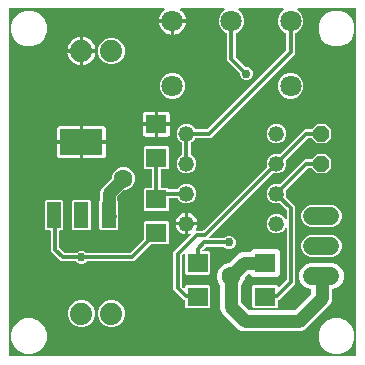
<source format=gbr>
G04 EAGLE Gerber RS-274X export*
G75*
%MOMM*%
%FSLAX34Y34*%
%LPD*%
%INBottom Copper*%
%IPPOS*%
%AMOC8*
5,1,8,0,0,1.08239X$1,22.5*%
G01*
%ADD10P,1.429621X8X292.500000*%
%ADD11R,1.219200X2.235200*%
%ADD12R,3.600000X2.200000*%
%ADD13C,1.320800*%
%ADD14R,1.803000X1.600000*%
%ADD15C,1.879600*%
%ADD16C,1.800000*%
%ADD17C,1.524000*%
%ADD18C,0.355600*%
%ADD19C,0.762000*%
%ADD20C,1.067000*%
%ADD21C,1.600500*%
%ADD22C,0.356000*%
%ADD23C,1.066800*%
%ADD24C,1.600200*%

G36*
X314653Y687709D02*
X314653Y687709D01*
X314672Y687707D01*
X314774Y687729D01*
X314876Y687745D01*
X314893Y687755D01*
X314913Y687759D01*
X315002Y687812D01*
X315093Y687861D01*
X315107Y687875D01*
X315124Y687885D01*
X315191Y687964D01*
X315263Y688039D01*
X315271Y688057D01*
X315284Y688072D01*
X315323Y688168D01*
X315366Y688262D01*
X315368Y688282D01*
X315376Y688300D01*
X315394Y688467D01*
X315394Y981458D01*
X315391Y981478D01*
X315393Y981497D01*
X315371Y981599D01*
X315355Y981701D01*
X315345Y981718D01*
X315341Y981738D01*
X315288Y981827D01*
X315239Y981918D01*
X315225Y981932D01*
X315215Y981949D01*
X315136Y982016D01*
X315061Y982088D01*
X315043Y982096D01*
X315028Y982109D01*
X314932Y982148D01*
X314838Y982191D01*
X314818Y982193D01*
X314800Y982201D01*
X314633Y982219D01*
X265785Y982219D01*
X265689Y982204D01*
X265592Y982194D01*
X265568Y982184D01*
X265543Y982180D01*
X265457Y982134D01*
X265368Y982094D01*
X265348Y982077D01*
X265325Y982064D01*
X265258Y981994D01*
X265186Y981928D01*
X265174Y981905D01*
X265156Y981886D01*
X265115Y981798D01*
X265068Y981712D01*
X265063Y981687D01*
X265052Y981663D01*
X265041Y981566D01*
X265024Y981470D01*
X265028Y981444D01*
X265025Y981419D01*
X265046Y981323D01*
X265060Y981227D01*
X265072Y981204D01*
X265077Y981178D01*
X265127Y981094D01*
X265172Y981008D01*
X265190Y980989D01*
X265204Y980967D01*
X265278Y980904D01*
X265347Y980836D01*
X265376Y980820D01*
X265390Y980807D01*
X265421Y980795D01*
X265494Y980755D01*
X265656Y980688D01*
X268688Y977656D01*
X270329Y973694D01*
X270329Y969406D01*
X268688Y965444D01*
X265656Y962412D01*
X263579Y961552D01*
X263479Y961490D01*
X263379Y961430D01*
X263375Y961426D01*
X263370Y961422D01*
X263295Y961332D01*
X263219Y961243D01*
X263217Y961238D01*
X263213Y961233D01*
X263171Y961124D01*
X263127Y961015D01*
X263126Y961008D01*
X263125Y961003D01*
X263124Y960985D01*
X263109Y960849D01*
X263109Y943876D01*
X191974Y872741D01*
X179558Y872741D01*
X179443Y872722D01*
X179327Y872705D01*
X179321Y872703D01*
X179315Y872702D01*
X179213Y872647D01*
X179108Y872594D01*
X179103Y872589D01*
X179098Y872586D01*
X179018Y872502D01*
X178936Y872418D01*
X178932Y872412D01*
X178928Y872408D01*
X178921Y872391D01*
X178855Y872271D01*
X178557Y871552D01*
X176198Y869193D01*
X175477Y868895D01*
X175377Y868833D01*
X175277Y868773D01*
X175273Y868768D01*
X175268Y868765D01*
X175193Y868674D01*
X175117Y868586D01*
X175115Y868580D01*
X175111Y868575D01*
X175069Y868467D01*
X175025Y868358D01*
X175024Y868350D01*
X175023Y868346D01*
X175022Y868328D01*
X175007Y868191D01*
X175007Y859009D01*
X175026Y858894D01*
X175043Y858778D01*
X175045Y858772D01*
X175046Y858766D01*
X175101Y858664D01*
X175154Y858559D01*
X175159Y858554D01*
X175162Y858549D01*
X175246Y858469D01*
X175330Y858386D01*
X175336Y858383D01*
X175340Y858379D01*
X175357Y858371D01*
X175477Y858305D01*
X176198Y858007D01*
X178557Y855648D01*
X179833Y852567D01*
X179833Y849233D01*
X178557Y846152D01*
X176198Y843793D01*
X173117Y842517D01*
X169783Y842517D01*
X166702Y843793D01*
X164343Y846152D01*
X163067Y849233D01*
X163067Y852567D01*
X164343Y855648D01*
X166702Y858007D01*
X167423Y858305D01*
X167523Y858367D01*
X167623Y858427D01*
X167627Y858432D01*
X167632Y858435D01*
X167707Y858526D01*
X167783Y858614D01*
X167785Y858620D01*
X167789Y858625D01*
X167831Y858733D01*
X167875Y858842D01*
X167876Y858850D01*
X167877Y858854D01*
X167878Y858872D01*
X167893Y859009D01*
X167893Y868191D01*
X167874Y868306D01*
X167857Y868422D01*
X167855Y868428D01*
X167854Y868434D01*
X167799Y868536D01*
X167746Y868641D01*
X167741Y868646D01*
X167738Y868651D01*
X167654Y868731D01*
X167570Y868814D01*
X167564Y868817D01*
X167560Y868821D01*
X167543Y868829D01*
X167423Y868895D01*
X166702Y869193D01*
X164343Y871552D01*
X163067Y874633D01*
X163067Y877967D01*
X164343Y881048D01*
X166702Y883407D01*
X169783Y884683D01*
X173117Y884683D01*
X176198Y883407D01*
X178557Y881048D01*
X178855Y880329D01*
X178916Y880229D01*
X178976Y880129D01*
X178981Y880125D01*
X178984Y880120D01*
X179074Y880045D01*
X179163Y879969D01*
X179169Y879967D01*
X179174Y879963D01*
X179282Y879921D01*
X179391Y879877D01*
X179399Y879876D01*
X179403Y879875D01*
X179422Y879874D01*
X179558Y879859D01*
X188711Y879859D01*
X188801Y879873D01*
X188892Y879881D01*
X188921Y879893D01*
X188953Y879898D01*
X189034Y879941D01*
X189118Y879977D01*
X189150Y880003D01*
X189171Y880014D01*
X189193Y880037D01*
X189249Y880082D01*
X255768Y946601D01*
X255821Y946675D01*
X255881Y946745D01*
X255893Y946775D01*
X255912Y946801D01*
X255939Y946888D01*
X255973Y946973D01*
X255977Y947014D01*
X255984Y947036D01*
X255983Y947068D01*
X255991Y947139D01*
X255991Y960849D01*
X255972Y960963D01*
X255955Y961080D01*
X255953Y961085D01*
X255952Y961091D01*
X255897Y961194D01*
X255844Y961299D01*
X255839Y961303D01*
X255836Y961309D01*
X255752Y961389D01*
X255668Y961471D01*
X255662Y961475D01*
X255658Y961478D01*
X255641Y961486D01*
X255521Y961552D01*
X253444Y962412D01*
X250412Y965444D01*
X248771Y969406D01*
X248771Y973694D01*
X250412Y977656D01*
X253444Y980688D01*
X253606Y980755D01*
X253689Y980806D01*
X253775Y980852D01*
X253793Y980870D01*
X253815Y980884D01*
X253877Y980959D01*
X253944Y981030D01*
X253955Y981054D01*
X253972Y981074D01*
X254007Y981165D01*
X254048Y981253D01*
X254051Y981279D01*
X254060Y981303D01*
X254064Y981401D01*
X254075Y981497D01*
X254069Y981523D01*
X254070Y981549D01*
X254043Y981643D01*
X254023Y981738D01*
X254009Y981760D01*
X254002Y981785D01*
X253946Y981865D01*
X253896Y981949D01*
X253877Y981966D01*
X253862Y981987D01*
X253784Y982045D01*
X253710Y982109D01*
X253685Y982119D01*
X253664Y982134D01*
X253572Y982164D01*
X253481Y982201D01*
X253449Y982204D01*
X253430Y982210D01*
X253398Y982210D01*
X253315Y982219D01*
X215785Y982219D01*
X215689Y982204D01*
X215592Y982194D01*
X215568Y982184D01*
X215543Y982180D01*
X215457Y982134D01*
X215368Y982094D01*
X215348Y982077D01*
X215325Y982064D01*
X215258Y981994D01*
X215186Y981928D01*
X215174Y981905D01*
X215156Y981886D01*
X215115Y981798D01*
X215068Y981712D01*
X215063Y981687D01*
X215052Y981663D01*
X215041Y981566D01*
X215024Y981470D01*
X215028Y981444D01*
X215025Y981419D01*
X215046Y981323D01*
X215060Y981227D01*
X215072Y981204D01*
X215077Y981178D01*
X215127Y981094D01*
X215172Y981008D01*
X215190Y980989D01*
X215204Y980967D01*
X215278Y980904D01*
X215347Y980836D01*
X215376Y980820D01*
X215390Y980807D01*
X215421Y980795D01*
X215494Y980755D01*
X215656Y980688D01*
X218688Y977656D01*
X220329Y973694D01*
X220329Y969406D01*
X218688Y965444D01*
X215656Y962412D01*
X213579Y961552D01*
X213479Y961490D01*
X213379Y961430D01*
X213375Y961426D01*
X213370Y961422D01*
X213295Y961332D01*
X213219Y961243D01*
X213217Y961238D01*
X213213Y961233D01*
X213171Y961124D01*
X213127Y961015D01*
X213126Y961008D01*
X213125Y961003D01*
X213124Y960985D01*
X213109Y960849D01*
X213109Y941589D01*
X213123Y941499D01*
X213131Y941408D01*
X213143Y941379D01*
X213148Y941347D01*
X213191Y941266D01*
X213227Y941182D01*
X213253Y941150D01*
X213264Y941129D01*
X213287Y941107D01*
X213332Y941051D01*
X221471Y932912D01*
X221545Y932859D01*
X221615Y932799D01*
X221645Y932787D01*
X221671Y932768D01*
X221758Y932741D01*
X221843Y932707D01*
X221884Y932703D01*
X221906Y932696D01*
X221938Y932697D01*
X222009Y932689D01*
X223362Y932689D01*
X225416Y931838D01*
X226988Y930266D01*
X227839Y928212D01*
X227839Y925988D01*
X226988Y923934D01*
X225416Y922362D01*
X223362Y921511D01*
X221138Y921511D01*
X219084Y922362D01*
X217512Y923934D01*
X216661Y925988D01*
X216661Y927341D01*
X216647Y927431D01*
X216639Y927522D01*
X216627Y927551D01*
X216622Y927583D01*
X216579Y927664D01*
X216543Y927748D01*
X216517Y927780D01*
X216506Y927801D01*
X216483Y927823D01*
X216438Y927879D01*
X205991Y938326D01*
X205991Y960849D01*
X205972Y960963D01*
X205955Y961080D01*
X205953Y961085D01*
X205952Y961091D01*
X205897Y961194D01*
X205844Y961299D01*
X205839Y961303D01*
X205836Y961309D01*
X205752Y961389D01*
X205668Y961471D01*
X205662Y961475D01*
X205658Y961478D01*
X205641Y961486D01*
X205521Y961552D01*
X203444Y962412D01*
X200412Y965444D01*
X198771Y969406D01*
X198771Y973694D01*
X200412Y977656D01*
X203444Y980688D01*
X203606Y980755D01*
X203689Y980806D01*
X203775Y980852D01*
X203793Y980870D01*
X203815Y980884D01*
X203877Y980959D01*
X203944Y981030D01*
X203955Y981054D01*
X203972Y981074D01*
X204007Y981165D01*
X204048Y981253D01*
X204051Y981279D01*
X204060Y981303D01*
X204064Y981401D01*
X204075Y981497D01*
X204069Y981523D01*
X204070Y981549D01*
X204043Y981643D01*
X204023Y981738D01*
X204009Y981760D01*
X204002Y981785D01*
X203946Y981865D01*
X203896Y981949D01*
X203877Y981966D01*
X203862Y981987D01*
X203784Y982045D01*
X203710Y982109D01*
X203685Y982119D01*
X203664Y982134D01*
X203572Y982164D01*
X203481Y982201D01*
X203449Y982204D01*
X203430Y982210D01*
X203398Y982210D01*
X203315Y982219D01*
X166842Y982219D01*
X166834Y982218D01*
X166826Y982219D01*
X166713Y982198D01*
X166599Y982180D01*
X166592Y982176D01*
X166584Y982174D01*
X166483Y982118D01*
X166382Y982064D01*
X166376Y982059D01*
X166369Y982055D01*
X166292Y981970D01*
X166213Y981886D01*
X166209Y981879D01*
X166204Y981873D01*
X166158Y981768D01*
X166109Y981663D01*
X166108Y981655D01*
X166105Y981648D01*
X166095Y981533D01*
X166082Y981419D01*
X166084Y981411D01*
X166083Y981403D01*
X166110Y981290D01*
X166134Y981178D01*
X166138Y981171D01*
X166140Y981164D01*
X166201Y981066D01*
X166260Y980967D01*
X166266Y980962D01*
X166271Y980955D01*
X166395Y980842D01*
X167068Y980353D01*
X168353Y979068D01*
X169421Y977599D01*
X170245Y975980D01*
X170807Y974252D01*
X170993Y973073D01*
X160312Y973073D01*
X160292Y973070D01*
X160273Y973072D01*
X160171Y973050D01*
X160069Y973033D01*
X160052Y973024D01*
X160032Y973020D01*
X159943Y972967D01*
X159852Y972918D01*
X159838Y972904D01*
X159821Y972894D01*
X159754Y972815D01*
X159683Y972740D01*
X159674Y972722D01*
X159661Y972707D01*
X159623Y972611D01*
X159579Y972517D01*
X159577Y972497D01*
X159569Y972479D01*
X159551Y972312D01*
X159551Y971549D01*
X159549Y971549D01*
X159549Y972312D01*
X159546Y972332D01*
X159548Y972351D01*
X159526Y972453D01*
X159509Y972555D01*
X159500Y972572D01*
X159496Y972592D01*
X159443Y972681D01*
X159394Y972772D01*
X159380Y972786D01*
X159370Y972803D01*
X159291Y972870D01*
X159216Y972941D01*
X159198Y972950D01*
X159183Y972963D01*
X159087Y973002D01*
X158993Y973045D01*
X158973Y973047D01*
X158955Y973055D01*
X158788Y973073D01*
X148107Y973073D01*
X148293Y974252D01*
X148855Y975980D01*
X149679Y977599D01*
X150747Y979068D01*
X152032Y980353D01*
X152705Y980842D01*
X152711Y980848D01*
X152718Y980852D01*
X152797Y980935D01*
X152878Y981017D01*
X152882Y981024D01*
X152887Y981030D01*
X152936Y981134D01*
X152987Y981238D01*
X152988Y981246D01*
X152991Y981253D01*
X153004Y981367D01*
X153019Y981482D01*
X153017Y981490D01*
X153018Y981497D01*
X152994Y981610D01*
X152972Y981723D01*
X152968Y981730D01*
X152966Y981738D01*
X152907Y981837D01*
X152850Y981937D01*
X152844Y981942D01*
X152840Y981949D01*
X152752Y982024D01*
X152666Y982101D01*
X152659Y982104D01*
X152653Y982109D01*
X152546Y982152D01*
X152440Y982197D01*
X152432Y982198D01*
X152425Y982201D01*
X152258Y982219D01*
X21717Y982219D01*
X21697Y982216D01*
X21678Y982218D01*
X21576Y982196D01*
X21474Y982180D01*
X21457Y982170D01*
X21437Y982166D01*
X21348Y982113D01*
X21257Y982064D01*
X21243Y982050D01*
X21226Y982040D01*
X21159Y981961D01*
X21087Y981886D01*
X21079Y981868D01*
X21066Y981853D01*
X21027Y981757D01*
X20984Y981663D01*
X20982Y981643D01*
X20974Y981625D01*
X20956Y981458D01*
X20956Y688467D01*
X20959Y688447D01*
X20957Y688428D01*
X20979Y688326D01*
X20995Y688224D01*
X21005Y688207D01*
X21009Y688187D01*
X21062Y688098D01*
X21111Y688007D01*
X21125Y687993D01*
X21135Y687976D01*
X21214Y687909D01*
X21289Y687837D01*
X21307Y687829D01*
X21322Y687816D01*
X21418Y687777D01*
X21512Y687734D01*
X21532Y687732D01*
X21550Y687724D01*
X21717Y687706D01*
X314633Y687706D01*
X314653Y687709D01*
G37*
%LPC*%
G36*
X218894Y708723D02*
X218894Y708723D01*
X215626Y710076D01*
X213018Y712684D01*
X204113Y721590D01*
X201505Y724198D01*
X200151Y727466D01*
X200151Y747499D01*
X200137Y747589D01*
X200129Y747680D01*
X200117Y747710D01*
X200112Y747742D01*
X200069Y747823D01*
X200033Y747907D01*
X200007Y747939D01*
X199996Y747959D01*
X199973Y747982D01*
X199928Y748038D01*
X199244Y748722D01*
X197484Y752970D01*
X197484Y757568D01*
X199244Y761816D01*
X202495Y765067D01*
X206743Y766827D01*
X207711Y766827D01*
X207801Y766841D01*
X207892Y766849D01*
X207922Y766861D01*
X207954Y766866D01*
X208034Y766909D01*
X208118Y766945D01*
X208150Y766971D01*
X208171Y766982D01*
X208193Y767005D01*
X208249Y767050D01*
X212891Y771692D01*
X215499Y774300D01*
X218767Y775653D01*
X224792Y775653D01*
X224812Y775656D01*
X224831Y775654D01*
X224933Y775676D01*
X225035Y775693D01*
X225052Y775702D01*
X225072Y775707D01*
X225161Y775760D01*
X225252Y775808D01*
X225266Y775822D01*
X225283Y775833D01*
X225350Y775911D01*
X225422Y775986D01*
X225430Y776004D01*
X225443Y776020D01*
X225469Y776084D01*
X227637Y778252D01*
X248613Y778252D01*
X250697Y776168D01*
X250697Y757222D01*
X248613Y755138D01*
X227637Y755138D01*
X225532Y757243D01*
X225530Y757251D01*
X225514Y757353D01*
X225504Y757371D01*
X225500Y757390D01*
X225447Y757479D01*
X225398Y757571D01*
X225384Y757584D01*
X225374Y757601D01*
X225295Y757669D01*
X225220Y757740D01*
X225202Y757748D01*
X225187Y757761D01*
X225091Y757800D01*
X224997Y757844D01*
X224977Y757846D01*
X224959Y757853D01*
X224792Y757872D01*
X224533Y757872D01*
X224443Y757857D01*
X224352Y757850D01*
X224323Y757837D01*
X224291Y757832D01*
X224210Y757789D01*
X224126Y757754D01*
X224094Y757728D01*
X224073Y757717D01*
X224051Y757694D01*
X223995Y757649D01*
X220823Y754476D01*
X220770Y754404D01*
X220731Y754363D01*
X220727Y754352D01*
X220710Y754333D01*
X220698Y754303D01*
X220679Y754277D01*
X220655Y754198D01*
X220628Y754139D01*
X220626Y754125D01*
X220618Y754105D01*
X220614Y754064D01*
X220607Y754041D01*
X220608Y754009D01*
X220600Y753938D01*
X220600Y752970D01*
X218840Y748722D01*
X218156Y748038D01*
X218103Y747964D01*
X218043Y747894D01*
X218031Y747864D01*
X218012Y747838D01*
X217985Y747751D01*
X217951Y747666D01*
X217947Y747625D01*
X217940Y747603D01*
X217941Y747571D01*
X217933Y747499D01*
X217933Y733232D01*
X217947Y733142D01*
X217955Y733051D01*
X217967Y733021D01*
X217972Y732989D01*
X218015Y732909D01*
X218051Y732825D01*
X218077Y732793D01*
X218088Y732772D01*
X218111Y732750D01*
X218156Y732694D01*
X224122Y726727D01*
X224196Y726674D01*
X224266Y726615D01*
X224296Y726603D01*
X224322Y726584D01*
X224409Y726557D01*
X224494Y726523D01*
X224535Y726518D01*
X224557Y726511D01*
X224589Y726512D01*
X224660Y726504D01*
X262702Y726504D01*
X262792Y726519D01*
X262883Y726526D01*
X262913Y726539D01*
X262945Y726544D01*
X263025Y726587D01*
X263109Y726622D01*
X263141Y726648D01*
X263162Y726659D01*
X263184Y726682D01*
X263185Y726683D01*
X263187Y726684D01*
X263190Y726687D01*
X263240Y726727D01*
X276762Y740249D01*
X276815Y740323D01*
X276875Y740393D01*
X276887Y740423D01*
X276906Y740449D01*
X276933Y740536D01*
X276967Y740621D01*
X276971Y740662D01*
X276978Y740684D01*
X276977Y740716D01*
X276985Y740787D01*
X276985Y743712D01*
X276982Y743732D01*
X276984Y743751D01*
X276962Y743853D01*
X276946Y743955D01*
X276936Y743972D01*
X276932Y743992D01*
X276879Y744081D01*
X276830Y744172D01*
X276816Y744186D01*
X276806Y744203D01*
X276727Y744270D01*
X276652Y744342D01*
X276634Y744350D01*
X276619Y744363D01*
X276523Y744402D01*
X276429Y744445D01*
X276409Y744447D01*
X276391Y744455D01*
X276224Y744473D01*
X275907Y744473D01*
X271799Y746175D01*
X268655Y749319D01*
X266953Y753427D01*
X266953Y757873D01*
X268655Y761981D01*
X271799Y765125D01*
X275907Y766827D01*
X295593Y766827D01*
X299701Y765125D01*
X302845Y761981D01*
X304547Y757873D01*
X304547Y753427D01*
X302845Y749319D01*
X299701Y746175D01*
X295593Y744473D01*
X295530Y744473D01*
X295510Y744470D01*
X295491Y744472D01*
X295389Y744450D01*
X295287Y744434D01*
X295270Y744424D01*
X295250Y744420D01*
X295161Y744367D01*
X295070Y744318D01*
X295056Y744304D01*
X295039Y744294D01*
X294972Y744215D01*
X294900Y744140D01*
X294892Y744122D01*
X294879Y744107D01*
X294840Y744011D01*
X294797Y743917D01*
X294795Y743897D01*
X294787Y743879D01*
X294769Y743712D01*
X294769Y735022D01*
X293415Y731754D01*
X290811Y729150D01*
X290804Y729144D01*
X271736Y710076D01*
X268468Y708723D01*
X218894Y708723D01*
G37*
%LPD*%
%LPC*%
G36*
X171223Y728476D02*
X171223Y728476D01*
X170181Y729518D01*
X170181Y734441D01*
X170178Y734461D01*
X170180Y734480D01*
X170158Y734582D01*
X170142Y734684D01*
X170132Y734701D01*
X170128Y734721D01*
X170075Y734810D01*
X170026Y734901D01*
X170012Y734915D01*
X170002Y734932D01*
X169923Y734999D01*
X169848Y735071D01*
X169830Y735079D01*
X169815Y735092D01*
X169719Y735131D01*
X169625Y735174D01*
X169605Y735176D01*
X169587Y735184D01*
X169420Y735202D01*
X169215Y735202D01*
X160464Y743953D01*
X160464Y775729D01*
X174745Y790010D01*
X174758Y790029D01*
X174776Y790043D01*
X174830Y790129D01*
X174889Y790210D01*
X174895Y790232D01*
X174908Y790251D01*
X174931Y790349D01*
X174961Y790445D01*
X174960Y790468D01*
X174966Y790490D01*
X174957Y790590D01*
X174955Y790691D01*
X174947Y790712D01*
X174945Y790735D01*
X174905Y790827D01*
X174870Y790922D01*
X174856Y790940D01*
X174847Y790961D01*
X174779Y791035D01*
X174716Y791114D01*
X174697Y791126D01*
X174682Y791143D01*
X174594Y791192D01*
X174510Y791247D01*
X174487Y791252D01*
X174467Y791264D01*
X174368Y791282D01*
X174271Y791307D01*
X174248Y791305D01*
X174225Y791309D01*
X174058Y791295D01*
X172973Y791079D01*
X172973Y798577D01*
X180471Y798577D01*
X180243Y797433D01*
X179554Y795768D01*
X179252Y795316D01*
X179202Y795207D01*
X179151Y795098D01*
X179151Y795095D01*
X179150Y795092D01*
X179137Y794972D01*
X179124Y794854D01*
X179125Y794850D01*
X179125Y794847D01*
X179151Y794731D01*
X179177Y794613D01*
X179178Y794610D01*
X179179Y794607D01*
X179241Y794505D01*
X179303Y794402D01*
X179305Y794400D01*
X179307Y794397D01*
X179399Y794320D01*
X179490Y794242D01*
X179493Y794241D01*
X179495Y794239D01*
X179606Y794195D01*
X179718Y794150D01*
X179722Y794150D01*
X179724Y794149D01*
X179735Y794148D01*
X179885Y794132D01*
X185536Y794132D01*
X185627Y794146D01*
X185717Y794154D01*
X185747Y794166D01*
X185779Y794171D01*
X185860Y794214D01*
X185944Y794250D01*
X185976Y794276D01*
X185997Y794287D01*
X186019Y794310D01*
X186075Y794355D01*
X239401Y847681D01*
X239469Y847776D01*
X239539Y847870D01*
X239541Y847876D01*
X239545Y847881D01*
X239579Y847992D01*
X239615Y848104D01*
X239615Y848110D01*
X239617Y848116D01*
X239614Y848233D01*
X239613Y848350D01*
X239611Y848357D01*
X239611Y848362D01*
X239604Y848379D01*
X239566Y848511D01*
X239267Y849233D01*
X239267Y852567D01*
X240543Y855648D01*
X242902Y858007D01*
X245983Y859283D01*
X249317Y859283D01*
X250039Y858984D01*
X250152Y858957D01*
X250266Y858929D01*
X250273Y858929D01*
X250279Y858928D01*
X250395Y858939D01*
X250512Y858948D01*
X250517Y858950D01*
X250524Y858951D01*
X250631Y858999D01*
X250738Y859044D01*
X250744Y859049D01*
X250748Y859051D01*
X250762Y859064D01*
X250869Y859149D01*
X271577Y879857D01*
X277136Y879857D01*
X277227Y879871D01*
X277317Y879879D01*
X277347Y879891D01*
X277379Y879896D01*
X277460Y879939D01*
X277544Y879975D01*
X277576Y880001D01*
X277597Y880012D01*
X277619Y880035D01*
X277675Y880080D01*
X282278Y884683D01*
X289222Y884683D01*
X294133Y879772D01*
X294133Y872828D01*
X289222Y867917D01*
X282278Y867917D01*
X277675Y872520D01*
X277601Y872573D01*
X277531Y872633D01*
X277501Y872645D01*
X277475Y872664D01*
X277388Y872691D01*
X277303Y872725D01*
X277262Y872729D01*
X277240Y872736D01*
X277208Y872735D01*
X277136Y872743D01*
X274839Y872743D01*
X274748Y872729D01*
X274658Y872721D01*
X274628Y872709D01*
X274596Y872704D01*
X274515Y872661D01*
X274431Y872625D01*
X274399Y872599D01*
X274378Y872588D01*
X274356Y872565D01*
X274300Y872520D01*
X255899Y854119D01*
X255831Y854024D01*
X255761Y853930D01*
X255759Y853924D01*
X255755Y853919D01*
X255721Y853808D01*
X255685Y853696D01*
X255685Y853690D01*
X255683Y853684D01*
X255686Y853567D01*
X255687Y853450D01*
X255689Y853443D01*
X255689Y853438D01*
X255696Y853421D01*
X255734Y853289D01*
X256033Y852567D01*
X256033Y849233D01*
X254757Y846152D01*
X252398Y843793D01*
X249317Y842517D01*
X245983Y842517D01*
X245261Y842816D01*
X245148Y842843D01*
X245034Y842871D01*
X245027Y842871D01*
X245021Y842872D01*
X244905Y842861D01*
X244788Y842852D01*
X244783Y842850D01*
X244776Y842849D01*
X244669Y842801D01*
X244562Y842756D01*
X244556Y842751D01*
X244552Y842749D01*
X244538Y842736D01*
X244431Y842651D01*
X191105Y789325D01*
X190734Y788954D01*
X190692Y788896D01*
X190643Y788844D01*
X190621Y788797D01*
X190591Y788755D01*
X190570Y788686D01*
X190539Y788621D01*
X190534Y788569D01*
X190518Y788519D01*
X190520Y788448D01*
X190512Y788377D01*
X190523Y788326D01*
X190525Y788274D01*
X190549Y788206D01*
X190565Y788136D01*
X190591Y788091D01*
X190609Y788043D01*
X190654Y787987D01*
X190691Y787925D01*
X190730Y787891D01*
X190763Y787851D01*
X190823Y787812D01*
X190878Y787765D01*
X190926Y787746D01*
X190970Y787718D01*
X191039Y787700D01*
X191106Y787673D01*
X191177Y787665D01*
X191208Y787657D01*
X191232Y787659D01*
X191273Y787655D01*
X202919Y787655D01*
X203009Y787669D01*
X203100Y787677D01*
X203130Y787689D01*
X203162Y787694D01*
X203243Y787737D01*
X203327Y787773D01*
X203359Y787799D01*
X203379Y787810D01*
X203402Y787833D01*
X203458Y787878D01*
X204416Y788836D01*
X206470Y789687D01*
X208693Y789687D01*
X210747Y788836D01*
X212319Y787264D01*
X213170Y785210D01*
X213170Y782986D01*
X212319Y780932D01*
X210747Y779360D01*
X208693Y778509D01*
X206470Y778509D01*
X204416Y779360D01*
X203458Y780318D01*
X203384Y780371D01*
X203314Y780431D01*
X203284Y780443D01*
X203258Y780462D01*
X203171Y780489D01*
X203086Y780523D01*
X203045Y780527D01*
X203023Y780534D01*
X202991Y780533D01*
X202919Y780541D01*
X188225Y780541D01*
X188134Y780527D01*
X188044Y780519D01*
X188014Y780507D01*
X187982Y780502D01*
X187901Y780459D01*
X187817Y780423D01*
X187785Y780397D01*
X187764Y780386D01*
X187742Y780363D01*
X187686Y780318D01*
X185141Y777773D01*
X185099Y777715D01*
X185050Y777663D01*
X185028Y777616D01*
X184998Y777574D01*
X184977Y777505D01*
X184946Y777440D01*
X184941Y777388D01*
X184925Y777338D01*
X184927Y777267D01*
X184919Y777196D01*
X184930Y777145D01*
X184932Y777093D01*
X184956Y777025D01*
X184972Y776955D01*
X184998Y776910D01*
X185016Y776862D01*
X185061Y776806D01*
X185098Y776744D01*
X185137Y776710D01*
X185170Y776670D01*
X185230Y776631D01*
X185285Y776584D01*
X185333Y776565D01*
X185377Y776537D01*
X185446Y776519D01*
X185513Y776492D01*
X185584Y776484D01*
X185615Y776476D01*
X185639Y776478D01*
X185680Y776474D01*
X190727Y776474D01*
X191769Y775432D01*
X191769Y757958D01*
X190727Y756916D01*
X171223Y756916D01*
X170181Y757958D01*
X170181Y773548D01*
X170170Y773619D01*
X170168Y773691D01*
X170150Y773740D01*
X170142Y773791D01*
X170108Y773855D01*
X170083Y773922D01*
X170051Y773963D01*
X170026Y774009D01*
X169974Y774058D01*
X169930Y774114D01*
X169886Y774142D01*
X169848Y774178D01*
X169783Y774208D01*
X169723Y774247D01*
X169672Y774260D01*
X169625Y774282D01*
X169554Y774290D01*
X169484Y774307D01*
X169432Y774303D01*
X169381Y774309D01*
X169310Y774293D01*
X169239Y774288D01*
X169191Y774268D01*
X169140Y774256D01*
X169079Y774220D01*
X169013Y774192D01*
X168957Y774147D01*
X168929Y774130D01*
X168914Y774112D01*
X168882Y774087D01*
X167800Y773005D01*
X167747Y772931D01*
X167688Y772862D01*
X167676Y772832D01*
X167657Y772805D01*
X167630Y772718D01*
X167596Y772634D01*
X167591Y772593D01*
X167584Y772570D01*
X167585Y772538D01*
X167577Y772467D01*
X167577Y747215D01*
X167592Y747125D01*
X167599Y747034D01*
X167612Y747004D01*
X167617Y746972D01*
X167660Y746892D01*
X167695Y746808D01*
X167721Y746776D01*
X167732Y746755D01*
X167755Y746733D01*
X167800Y746677D01*
X168882Y745595D01*
X168940Y745553D01*
X168992Y745504D01*
X169039Y745482D01*
X169081Y745452D01*
X169150Y745431D01*
X169215Y745400D01*
X169267Y745395D01*
X169317Y745379D01*
X169388Y745381D01*
X169459Y745373D01*
X169510Y745384D01*
X169562Y745386D01*
X169630Y745410D01*
X169700Y745426D01*
X169745Y745452D01*
X169793Y745470D01*
X169849Y745515D01*
X169911Y745552D01*
X169945Y745591D01*
X169985Y745624D01*
X170024Y745684D01*
X170071Y745739D01*
X170090Y745787D01*
X170118Y745831D01*
X170136Y745900D01*
X170163Y745967D01*
X170171Y746038D01*
X170179Y746069D01*
X170177Y746093D01*
X170181Y746134D01*
X170181Y746992D01*
X171223Y748034D01*
X190727Y748034D01*
X191769Y746992D01*
X191769Y729518D01*
X190727Y728476D01*
X171223Y728476D01*
G37*
%LPD*%
%LPC*%
G36*
X228373Y728476D02*
X228373Y728476D01*
X227331Y729518D01*
X227331Y746992D01*
X228373Y748034D01*
X247877Y748034D01*
X248919Y746992D01*
X248919Y746515D01*
X248930Y746444D01*
X248932Y746372D01*
X248950Y746323D01*
X248958Y746272D01*
X248992Y746208D01*
X249017Y746141D01*
X249049Y746100D01*
X249074Y746054D01*
X249126Y746005D01*
X249170Y745949D01*
X249214Y745921D01*
X249252Y745885D01*
X249317Y745855D01*
X249377Y745816D01*
X249428Y745803D01*
X249475Y745781D01*
X249546Y745773D01*
X249616Y745756D01*
X249668Y745760D01*
X249719Y745754D01*
X249790Y745770D01*
X249861Y745775D01*
X249909Y745795D01*
X249960Y745807D01*
X250021Y745843D01*
X250087Y745871D01*
X250143Y745916D01*
X250171Y745933D01*
X250186Y745951D01*
X250218Y745976D01*
X256253Y752011D01*
X256306Y752085D01*
X256365Y752154D01*
X256378Y752184D01*
X256396Y752211D01*
X256423Y752297D01*
X256457Y752382D01*
X256462Y752423D01*
X256469Y752446D01*
X256468Y752478D01*
X256476Y752549D01*
X256476Y795675D01*
X256460Y795771D01*
X256451Y795868D01*
X256440Y795892D01*
X256436Y795918D01*
X256391Y796004D01*
X256351Y796093D01*
X256333Y796112D01*
X256321Y796135D01*
X256250Y796202D01*
X256184Y796274D01*
X256162Y796287D01*
X256143Y796305D01*
X256054Y796346D01*
X255969Y796393D01*
X255943Y796397D01*
X255920Y796408D01*
X255823Y796419D01*
X255727Y796436D01*
X255701Y796432D01*
X255675Y796435D01*
X255580Y796415D01*
X255484Y796400D01*
X255460Y796389D01*
X255435Y796383D01*
X255351Y796333D01*
X255264Y796289D01*
X255246Y796270D01*
X255224Y796257D01*
X255160Y796183D01*
X255092Y796113D01*
X255076Y796085D01*
X255064Y796070D01*
X255051Y796039D01*
X255011Y795966D01*
X254757Y795352D01*
X252398Y792993D01*
X249317Y791717D01*
X245983Y791717D01*
X242902Y792993D01*
X240543Y795352D01*
X239267Y798433D01*
X239267Y801767D01*
X240543Y804848D01*
X242902Y807207D01*
X245983Y808483D01*
X249317Y808483D01*
X252398Y807207D01*
X254757Y804848D01*
X255011Y804234D01*
X255063Y804151D01*
X255108Y804065D01*
X255127Y804047D01*
X255141Y804025D01*
X255216Y803962D01*
X255286Y803895D01*
X255310Y803884D01*
X255330Y803868D01*
X255421Y803833D01*
X255510Y803792D01*
X255536Y803789D01*
X255560Y803780D01*
X255657Y803775D01*
X255754Y803765D01*
X255779Y803770D01*
X255806Y803769D01*
X255899Y803796D01*
X255994Y803817D01*
X256017Y803830D01*
X256042Y803838D01*
X256122Y803893D01*
X256205Y803943D01*
X256222Y803963D01*
X256244Y803978D01*
X256302Y804056D01*
X256365Y804130D01*
X256375Y804154D01*
X256391Y804175D01*
X256421Y804268D01*
X256457Y804358D01*
X256461Y804391D01*
X256467Y804409D01*
X256467Y804442D01*
X256476Y804525D01*
X256476Y811329D01*
X256461Y811419D01*
X256454Y811510D01*
X256441Y811540D01*
X256436Y811572D01*
X256393Y811652D01*
X256358Y811736D01*
X256332Y811768D01*
X256321Y811789D01*
X256298Y811811D01*
X256253Y811867D01*
X250869Y817251D01*
X250774Y817319D01*
X250680Y817389D01*
X250674Y817391D01*
X250669Y817395D01*
X250557Y817429D01*
X250446Y817465D01*
X250440Y817465D01*
X250434Y817467D01*
X250317Y817464D01*
X250200Y817463D01*
X250193Y817461D01*
X250188Y817461D01*
X250171Y817454D01*
X250039Y817416D01*
X249317Y817117D01*
X245983Y817117D01*
X242902Y818393D01*
X240543Y820752D01*
X239267Y823833D01*
X239267Y827167D01*
X240543Y830248D01*
X242902Y832607D01*
X245983Y833883D01*
X249317Y833883D01*
X250039Y833584D01*
X250152Y833557D01*
X250266Y833529D01*
X250273Y833529D01*
X250279Y833528D01*
X250395Y833539D01*
X250512Y833548D01*
X250517Y833550D01*
X250524Y833551D01*
X250631Y833599D01*
X250738Y833644D01*
X250744Y833649D01*
X250748Y833651D01*
X250762Y833664D01*
X250869Y833749D01*
X271577Y854457D01*
X277136Y854457D01*
X277227Y854471D01*
X277317Y854479D01*
X277347Y854491D01*
X277379Y854496D01*
X277460Y854539D01*
X277544Y854575D01*
X277576Y854601D01*
X277597Y854612D01*
X277619Y854635D01*
X277675Y854680D01*
X282278Y859283D01*
X289222Y859283D01*
X294133Y854372D01*
X294133Y847428D01*
X289222Y842517D01*
X282278Y842517D01*
X277675Y847120D01*
X277601Y847173D01*
X277531Y847233D01*
X277501Y847245D01*
X277475Y847264D01*
X277388Y847291D01*
X277303Y847325D01*
X277262Y847329D01*
X277240Y847336D01*
X277208Y847335D01*
X277136Y847343D01*
X274839Y847343D01*
X274748Y847329D01*
X274658Y847321D01*
X274628Y847309D01*
X274596Y847304D01*
X274515Y847261D01*
X274431Y847225D01*
X274399Y847199D01*
X274378Y847188D01*
X274356Y847165D01*
X274300Y847120D01*
X255899Y828719D01*
X255831Y828624D01*
X255761Y828530D01*
X255759Y828524D01*
X255755Y828519D01*
X255721Y828408D01*
X255685Y828296D01*
X255685Y828290D01*
X255683Y828284D01*
X255686Y828167D01*
X255687Y828050D01*
X255689Y828043D01*
X255689Y828038D01*
X255696Y828021D01*
X255734Y827889D01*
X256033Y827167D01*
X256033Y823833D01*
X255734Y823111D01*
X255707Y822998D01*
X255679Y822884D01*
X255679Y822877D01*
X255678Y822871D01*
X255689Y822755D01*
X255698Y822638D01*
X255700Y822633D01*
X255701Y822626D01*
X255749Y822519D01*
X255794Y822412D01*
X255799Y822406D01*
X255801Y822402D01*
X255814Y822388D01*
X255899Y822281D01*
X261283Y816897D01*
X263589Y814591D01*
X263589Y749287D01*
X249470Y735168D01*
X249437Y735163D01*
X249420Y735153D01*
X249400Y735149D01*
X249311Y735096D01*
X249220Y735047D01*
X249206Y735033D01*
X249189Y735023D01*
X249122Y734944D01*
X249050Y734869D01*
X249042Y734851D01*
X249029Y734836D01*
X248990Y734740D01*
X248947Y734646D01*
X248945Y734626D01*
X248937Y734608D01*
X248919Y734441D01*
X248919Y729518D01*
X247877Y728476D01*
X228373Y728476D01*
G37*
%LPD*%
%LPC*%
G36*
X81438Y765936D02*
X81438Y765936D01*
X79384Y766787D01*
X78426Y767745D01*
X78352Y767798D01*
X78283Y767858D01*
X78252Y767870D01*
X78226Y767889D01*
X78139Y767916D01*
X78054Y767950D01*
X78014Y767954D01*
X77991Y767961D01*
X77959Y767960D01*
X77888Y767968D01*
X65202Y767968D01*
X56768Y776402D01*
X56768Y793496D01*
X56765Y793516D01*
X56767Y793535D01*
X56745Y793637D01*
X56729Y793739D01*
X56719Y793756D01*
X56715Y793776D01*
X56662Y793865D01*
X56613Y793956D01*
X56599Y793970D01*
X56589Y793987D01*
X56510Y794054D01*
X56435Y794126D01*
X56417Y794134D01*
X56402Y794147D01*
X56306Y794186D01*
X56212Y794229D01*
X56192Y794231D01*
X56174Y794239D01*
X56007Y794257D01*
X52603Y794257D01*
X51561Y795299D01*
X51561Y819125D01*
X52603Y820167D01*
X66269Y820167D01*
X67311Y819125D01*
X67311Y795299D01*
X66269Y794257D01*
X64643Y794257D01*
X64623Y794254D01*
X64604Y794256D01*
X64502Y794234D01*
X64400Y794218D01*
X64383Y794208D01*
X64363Y794204D01*
X64274Y794151D01*
X64183Y794102D01*
X64169Y794088D01*
X64152Y794078D01*
X64085Y793999D01*
X64013Y793924D01*
X64005Y793906D01*
X63992Y793891D01*
X63953Y793795D01*
X63910Y793701D01*
X63908Y793681D01*
X63900Y793663D01*
X63882Y793496D01*
X63882Y779664D01*
X63896Y779573D01*
X63904Y779483D01*
X63916Y779453D01*
X63921Y779421D01*
X63964Y779340D01*
X64000Y779256D01*
X64026Y779224D01*
X64037Y779203D01*
X64060Y779181D01*
X64105Y779125D01*
X67925Y775305D01*
X67999Y775252D01*
X68069Y775192D01*
X68099Y775180D01*
X68125Y775161D01*
X68212Y775134D01*
X68297Y775100D01*
X68338Y775096D01*
X68360Y775089D01*
X68392Y775090D01*
X68464Y775082D01*
X77888Y775082D01*
X77978Y775096D01*
X78069Y775104D01*
X78099Y775116D01*
X78130Y775121D01*
X78211Y775164D01*
X78295Y775200D01*
X78327Y775226D01*
X78348Y775237D01*
X78370Y775260D01*
X78426Y775305D01*
X79384Y776263D01*
X81438Y777114D01*
X83662Y777114D01*
X85716Y776263D01*
X86674Y775305D01*
X86748Y775252D01*
X86817Y775192D01*
X86848Y775180D01*
X86874Y775161D01*
X86961Y775134D01*
X87046Y775100D01*
X87086Y775096D01*
X87109Y775089D01*
X87141Y775090D01*
X87212Y775082D01*
X123556Y775082D01*
X123647Y775096D01*
X123737Y775104D01*
X123767Y775116D01*
X123799Y775121D01*
X123880Y775164D01*
X123964Y775200D01*
X123996Y775226D01*
X124017Y775237D01*
X124039Y775260D01*
X124095Y775305D01*
X135033Y786243D01*
X135086Y786317D01*
X135146Y786387D01*
X135158Y786417D01*
X135177Y786443D01*
X135204Y786530D01*
X135238Y786615D01*
X135242Y786656D01*
X135249Y786678D01*
X135248Y786710D01*
X135256Y786782D01*
X135256Y800967D01*
X136298Y802009D01*
X155802Y802009D01*
X156844Y800967D01*
X156844Y783493D01*
X155802Y782451D01*
X141617Y782451D01*
X141526Y782437D01*
X141436Y782429D01*
X141406Y782417D01*
X141374Y782412D01*
X141293Y782369D01*
X141209Y782333D01*
X141177Y782307D01*
X141156Y782296D01*
X141134Y782273D01*
X141078Y782228D01*
X126818Y767968D01*
X87212Y767968D01*
X87122Y767954D01*
X87031Y767946D01*
X87001Y767934D01*
X86970Y767929D01*
X86889Y767886D01*
X86805Y767850D01*
X86773Y767824D01*
X86752Y767813D01*
X86730Y767790D01*
X86674Y767745D01*
X85716Y766787D01*
X83662Y765936D01*
X81438Y765936D01*
G37*
%LPD*%
%LPC*%
G36*
X136298Y810891D02*
X136298Y810891D01*
X135256Y811933D01*
X135256Y829407D01*
X136298Y830449D01*
X141732Y830449D01*
X141752Y830452D01*
X141771Y830450D01*
X141873Y830472D01*
X141975Y830488D01*
X141992Y830498D01*
X142012Y830502D01*
X142101Y830555D01*
X142192Y830604D01*
X142206Y830618D01*
X142223Y830628D01*
X142290Y830707D01*
X142362Y830782D01*
X142370Y830800D01*
X142383Y830815D01*
X142422Y830911D01*
X142465Y831005D01*
X142467Y831025D01*
X142475Y831043D01*
X142493Y831210D01*
X142493Y845190D01*
X142490Y845210D01*
X142492Y845229D01*
X142470Y845331D01*
X142454Y845433D01*
X142444Y845450D01*
X142440Y845470D01*
X142387Y845559D01*
X142338Y845650D01*
X142324Y845664D01*
X142314Y845681D01*
X142235Y845748D01*
X142160Y845820D01*
X142142Y845828D01*
X142127Y845841D01*
X142031Y845880D01*
X141937Y845923D01*
X141917Y845925D01*
X141899Y845933D01*
X141732Y845951D01*
X136298Y845951D01*
X135256Y846993D01*
X135256Y864467D01*
X136298Y865509D01*
X155802Y865509D01*
X156844Y864467D01*
X156844Y846993D01*
X155802Y845951D01*
X150368Y845951D01*
X150348Y845948D01*
X150329Y845950D01*
X150227Y845928D01*
X150125Y845912D01*
X150108Y845902D01*
X150088Y845898D01*
X149999Y845845D01*
X149908Y845796D01*
X149894Y845782D01*
X149877Y845772D01*
X149810Y845693D01*
X149738Y845618D01*
X149730Y845600D01*
X149717Y845585D01*
X149678Y845489D01*
X149635Y845395D01*
X149633Y845375D01*
X149625Y845357D01*
X149607Y845190D01*
X149607Y831210D01*
X149610Y831190D01*
X149608Y831171D01*
X149630Y831069D01*
X149646Y830967D01*
X149656Y830950D01*
X149660Y830930D01*
X149713Y830841D01*
X149762Y830750D01*
X149776Y830736D01*
X149786Y830719D01*
X149865Y830652D01*
X149940Y830580D01*
X149958Y830572D01*
X149973Y830559D01*
X150069Y830520D01*
X150163Y830477D01*
X150183Y830475D01*
X150201Y830467D01*
X150368Y830449D01*
X155802Y830449D01*
X156971Y829280D01*
X157045Y829227D01*
X157114Y829167D01*
X157144Y829155D01*
X157171Y829136D01*
X157258Y829109D01*
X157342Y829075D01*
X157383Y829071D01*
X157406Y829064D01*
X157438Y829065D01*
X157509Y829057D01*
X163341Y829057D01*
X163456Y829076D01*
X163572Y829093D01*
X163578Y829095D01*
X163584Y829096D01*
X163686Y829151D01*
X163791Y829204D01*
X163796Y829209D01*
X163801Y829212D01*
X163881Y829296D01*
X163964Y829380D01*
X163967Y829386D01*
X163971Y829390D01*
X163979Y829407D01*
X164045Y829527D01*
X164343Y830248D01*
X166702Y832607D01*
X169783Y833883D01*
X173117Y833883D01*
X176198Y832607D01*
X178557Y830248D01*
X179833Y827167D01*
X179833Y823833D01*
X178557Y820752D01*
X176198Y818393D01*
X173117Y817117D01*
X169783Y817117D01*
X166702Y818393D01*
X164343Y820752D01*
X164045Y821473D01*
X163983Y821573D01*
X163923Y821673D01*
X163918Y821677D01*
X163915Y821682D01*
X163824Y821757D01*
X163736Y821833D01*
X163730Y821835D01*
X163725Y821839D01*
X163617Y821881D01*
X163508Y821925D01*
X163500Y821926D01*
X163496Y821927D01*
X163478Y821928D01*
X163341Y821943D01*
X157605Y821943D01*
X157585Y821940D01*
X157566Y821942D01*
X157464Y821920D01*
X157362Y821904D01*
X157345Y821894D01*
X157325Y821890D01*
X157236Y821837D01*
X157145Y821788D01*
X157131Y821774D01*
X157114Y821764D01*
X157047Y821685D01*
X156975Y821610D01*
X156967Y821592D01*
X156954Y821577D01*
X156915Y821481D01*
X156872Y821387D01*
X156870Y821367D01*
X156862Y821349D01*
X156844Y821182D01*
X156844Y811933D01*
X155802Y810891D01*
X136298Y810891D01*
G37*
%LPD*%
%LPC*%
G36*
X98831Y794257D02*
X98831Y794257D01*
X97789Y795299D01*
X97789Y819125D01*
X98327Y819663D01*
X98375Y819729D01*
X98381Y819735D01*
X98383Y819739D01*
X98440Y819806D01*
X98452Y819836D01*
X98471Y819863D01*
X98498Y819950D01*
X98532Y820034D01*
X98536Y820075D01*
X98543Y820098D01*
X98542Y820130D01*
X98550Y820201D01*
X98550Y827229D01*
X99633Y829844D01*
X108046Y838256D01*
X108099Y838330D01*
X108158Y838400D01*
X108171Y838430D01*
X108189Y838456D01*
X108216Y838543D01*
X108250Y838628D01*
X108255Y838669D01*
X108262Y838691D01*
X108261Y838723D01*
X108269Y838794D01*
X108269Y840146D01*
X109758Y843741D01*
X112509Y846492D01*
X116104Y847981D01*
X119996Y847981D01*
X123591Y846492D01*
X126342Y843741D01*
X127831Y840146D01*
X127831Y836254D01*
X126342Y832659D01*
X123591Y829908D01*
X119996Y828419D01*
X118644Y828419D01*
X118554Y828404D01*
X118463Y828397D01*
X118434Y828384D01*
X118402Y828379D01*
X118321Y828336D01*
X118237Y828301D01*
X118205Y828275D01*
X118184Y828264D01*
X118162Y828241D01*
X118106Y828196D01*
X113001Y823090D01*
X112948Y823016D01*
X112888Y822947D01*
X112876Y822917D01*
X112857Y822891D01*
X112830Y822804D01*
X112796Y822719D01*
X112792Y822678D01*
X112785Y822656D01*
X112786Y822623D01*
X112778Y822552D01*
X112778Y820201D01*
X112792Y820111D01*
X112800Y820020D01*
X112812Y819990D01*
X112817Y819958D01*
X112860Y819878D01*
X112896Y819794D01*
X112922Y819762D01*
X112933Y819741D01*
X112956Y819719D01*
X113001Y819663D01*
X113539Y819125D01*
X113539Y808019D01*
X113540Y808013D01*
X113540Y804890D01*
X113539Y804881D01*
X113539Y795299D01*
X112497Y794257D01*
X98831Y794257D01*
G37*
%LPD*%
%LPC*%
G36*
X35100Y950119D02*
X35100Y950119D01*
X29557Y952415D01*
X25315Y956657D01*
X23019Y962200D01*
X23019Y968200D01*
X25315Y973743D01*
X29557Y977985D01*
X35100Y980281D01*
X41100Y980281D01*
X46643Y977985D01*
X50885Y973743D01*
X53181Y968200D01*
X53181Y962200D01*
X50885Y956657D01*
X46643Y952415D01*
X41100Y950119D01*
X35100Y950119D01*
G37*
%LPD*%
%LPC*%
G36*
X295450Y950119D02*
X295450Y950119D01*
X289907Y952415D01*
X285665Y956657D01*
X283369Y962200D01*
X283369Y968200D01*
X285665Y973743D01*
X289907Y977985D01*
X295450Y980281D01*
X301450Y980281D01*
X306993Y977985D01*
X311235Y973743D01*
X313531Y968200D01*
X313531Y962200D01*
X311235Y956657D01*
X306993Y952415D01*
X301450Y950119D01*
X295450Y950119D01*
G37*
%LPD*%
%LPC*%
G36*
X295450Y689769D02*
X295450Y689769D01*
X289907Y692065D01*
X285665Y696307D01*
X283369Y701850D01*
X283369Y707850D01*
X285665Y713393D01*
X289907Y717635D01*
X295450Y719931D01*
X301450Y719931D01*
X306993Y717635D01*
X311235Y713393D01*
X313531Y707850D01*
X313531Y701850D01*
X311235Y696307D01*
X306993Y692065D01*
X301450Y689769D01*
X295450Y689769D01*
G37*
%LPD*%
%LPC*%
G36*
X35100Y689769D02*
X35100Y689769D01*
X29557Y692065D01*
X25315Y696307D01*
X23019Y701850D01*
X23019Y707850D01*
X25315Y713393D01*
X29557Y717635D01*
X35100Y719931D01*
X41100Y719931D01*
X46643Y717635D01*
X50885Y713393D01*
X53181Y707850D01*
X53181Y701850D01*
X50885Y696307D01*
X46643Y692065D01*
X41100Y689769D01*
X35100Y689769D01*
G37*
%LPD*%
%LPC*%
G36*
X276260Y797051D02*
X276260Y797051D01*
X272806Y798482D01*
X270162Y801126D01*
X268731Y804580D01*
X268731Y808320D01*
X270162Y811774D01*
X272806Y814418D01*
X276260Y815849D01*
X295240Y815849D01*
X298694Y814418D01*
X301338Y811774D01*
X302769Y808320D01*
X302769Y804580D01*
X301338Y801126D01*
X298694Y798482D01*
X295240Y797051D01*
X276260Y797051D01*
G37*
%LPD*%
%LPC*%
G36*
X276260Y771651D02*
X276260Y771651D01*
X272806Y773082D01*
X270162Y775726D01*
X268731Y779180D01*
X268731Y782920D01*
X270162Y786374D01*
X272806Y789018D01*
X276260Y790449D01*
X295240Y790449D01*
X298694Y789018D01*
X301338Y786374D01*
X302769Y782920D01*
X302769Y779180D01*
X301338Y775726D01*
X298694Y773082D01*
X295240Y771651D01*
X276260Y771651D01*
G37*
%LPD*%
%LPC*%
G36*
X75717Y794257D02*
X75717Y794257D01*
X74675Y795299D01*
X74675Y819125D01*
X75717Y820167D01*
X89383Y820167D01*
X90425Y819125D01*
X90425Y795299D01*
X89383Y794257D01*
X75717Y794257D01*
G37*
%LPD*%
%LPC*%
G36*
X105727Y934973D02*
X105727Y934973D01*
X101619Y936675D01*
X98475Y939819D01*
X96773Y943927D01*
X96773Y948373D01*
X98475Y952481D01*
X101619Y955625D01*
X105727Y957327D01*
X110173Y957327D01*
X114281Y955625D01*
X117425Y952481D01*
X119127Y948373D01*
X119127Y943927D01*
X117425Y939819D01*
X114281Y936675D01*
X110173Y934973D01*
X105727Y934973D01*
G37*
%LPD*%
%LPC*%
G36*
X105727Y712723D02*
X105727Y712723D01*
X101619Y714425D01*
X98475Y717569D01*
X96773Y721677D01*
X96773Y726123D01*
X98475Y730231D01*
X101619Y733375D01*
X105727Y735077D01*
X110173Y735077D01*
X114281Y733375D01*
X117425Y730231D01*
X119127Y726123D01*
X119127Y721677D01*
X117425Y717569D01*
X114281Y714425D01*
X110173Y712723D01*
X105727Y712723D01*
G37*
%LPD*%
%LPC*%
G36*
X80327Y712723D02*
X80327Y712723D01*
X76219Y714425D01*
X73075Y717569D01*
X71373Y721677D01*
X71373Y726123D01*
X73075Y730231D01*
X76219Y733375D01*
X80327Y735077D01*
X84773Y735077D01*
X88881Y733375D01*
X92025Y730231D01*
X93727Y726123D01*
X93727Y721677D01*
X92025Y717569D01*
X88881Y714425D01*
X84773Y712723D01*
X80327Y712723D01*
G37*
%LPD*%
%LPC*%
G36*
X257406Y905771D02*
X257406Y905771D01*
X253444Y907412D01*
X250412Y910444D01*
X248771Y914406D01*
X248771Y918694D01*
X250412Y922656D01*
X253444Y925688D01*
X257406Y927329D01*
X261694Y927329D01*
X265656Y925688D01*
X268688Y922656D01*
X270329Y918694D01*
X270329Y914406D01*
X268688Y910444D01*
X265656Y907412D01*
X261694Y905771D01*
X257406Y905771D01*
G37*
%LPD*%
%LPC*%
G36*
X157406Y905771D02*
X157406Y905771D01*
X153444Y907412D01*
X150412Y910444D01*
X148771Y914406D01*
X148771Y918694D01*
X150412Y922656D01*
X153444Y925688D01*
X157406Y927329D01*
X161694Y927329D01*
X165656Y925688D01*
X168688Y922656D01*
X170329Y918694D01*
X170329Y914406D01*
X168688Y910444D01*
X165656Y907412D01*
X161694Y905771D01*
X157406Y905771D01*
G37*
%LPD*%
%LPC*%
G36*
X84073Y870713D02*
X84073Y870713D01*
X84073Y882731D01*
X100884Y882731D01*
X101531Y882558D01*
X102110Y882223D01*
X102583Y881750D01*
X102918Y881171D01*
X103091Y880524D01*
X103091Y870713D01*
X84073Y870713D01*
G37*
%LPD*%
%LPC*%
G36*
X62009Y870713D02*
X62009Y870713D01*
X62009Y880524D01*
X62182Y881171D01*
X62517Y881750D01*
X62990Y882223D01*
X63569Y882558D01*
X64216Y882731D01*
X81027Y882731D01*
X81027Y870713D01*
X62009Y870713D01*
G37*
%LPD*%
%LPC*%
G36*
X84073Y855649D02*
X84073Y855649D01*
X84073Y867667D01*
X103091Y867667D01*
X103091Y857856D01*
X102918Y857209D01*
X102583Y856630D01*
X102110Y856157D01*
X101531Y855822D01*
X100884Y855649D01*
X84073Y855649D01*
G37*
%LPD*%
%LPC*%
G36*
X64216Y855649D02*
X64216Y855649D01*
X63569Y855822D01*
X62990Y856157D01*
X62517Y856630D01*
X62182Y857209D01*
X62009Y857856D01*
X62009Y867667D01*
X81027Y867667D01*
X81027Y855649D01*
X64216Y855649D01*
G37*
%LPD*%
%LPC*%
G36*
X245983Y867917D02*
X245983Y867917D01*
X242902Y869193D01*
X240543Y871552D01*
X239267Y874633D01*
X239267Y877967D01*
X240543Y881048D01*
X242902Y883407D01*
X245983Y884683D01*
X249317Y884683D01*
X252398Y883407D01*
X254757Y881048D01*
X256033Y877967D01*
X256033Y874633D01*
X254757Y871552D01*
X252398Y869193D01*
X249317Y867917D01*
X245983Y867917D01*
G37*
%LPD*%
%LPC*%
G36*
X147573Y885693D02*
X147573Y885693D01*
X147573Y894711D01*
X155399Y894711D01*
X156046Y894538D01*
X156625Y894203D01*
X157098Y893730D01*
X157433Y893151D01*
X157606Y892504D01*
X157606Y885693D01*
X147573Y885693D01*
G37*
%LPD*%
%LPC*%
G36*
X134494Y885693D02*
X134494Y885693D01*
X134494Y892504D01*
X134667Y893151D01*
X135002Y893730D01*
X135475Y894203D01*
X136054Y894538D01*
X136701Y894711D01*
X144527Y894711D01*
X144527Y885693D01*
X134494Y885693D01*
G37*
%LPD*%
%LPC*%
G36*
X147573Y873629D02*
X147573Y873629D01*
X147573Y882647D01*
X157606Y882647D01*
X157606Y875836D01*
X157433Y875189D01*
X157098Y874610D01*
X156625Y874137D01*
X156046Y873802D01*
X155399Y873629D01*
X147573Y873629D01*
G37*
%LPD*%
%LPC*%
G36*
X136701Y873629D02*
X136701Y873629D01*
X136054Y873802D01*
X135475Y874137D01*
X135002Y874610D01*
X134667Y875189D01*
X134494Y875836D01*
X134494Y882647D01*
X144527Y882647D01*
X144527Y873629D01*
X136701Y873629D01*
G37*
%LPD*%
%LPC*%
G36*
X84073Y947673D02*
X84073Y947673D01*
X84073Y957996D01*
X85346Y957795D01*
X87133Y957214D01*
X88807Y956361D01*
X90328Y955256D01*
X91656Y953928D01*
X92761Y952407D01*
X93614Y950733D01*
X94195Y948946D01*
X94396Y947673D01*
X84073Y947673D01*
G37*
%LPD*%
%LPC*%
G36*
X70704Y947673D02*
X70704Y947673D01*
X70905Y948946D01*
X71486Y950733D01*
X72339Y952407D01*
X73444Y953928D01*
X74772Y955256D01*
X76293Y956361D01*
X77967Y957214D01*
X79754Y957795D01*
X81027Y957996D01*
X81027Y947673D01*
X70704Y947673D01*
G37*
%LPD*%
%LPC*%
G36*
X84073Y944627D02*
X84073Y944627D01*
X94396Y944627D01*
X94195Y943354D01*
X93614Y941567D01*
X92761Y939893D01*
X91656Y938372D01*
X90328Y937044D01*
X88807Y935939D01*
X87133Y935086D01*
X85346Y934505D01*
X84073Y934304D01*
X84073Y944627D01*
G37*
%LPD*%
%LPC*%
G36*
X79754Y934505D02*
X79754Y934505D01*
X77967Y935086D01*
X76293Y935939D01*
X74772Y937044D01*
X73444Y938372D01*
X72339Y939893D01*
X71486Y941567D01*
X70905Y943354D01*
X70704Y944627D01*
X81027Y944627D01*
X81027Y934304D01*
X79754Y934505D01*
G37*
%LPD*%
%LPC*%
G36*
X161073Y970027D02*
X161073Y970027D01*
X170993Y970027D01*
X170807Y968848D01*
X170245Y967120D01*
X169421Y965501D01*
X168353Y964032D01*
X167068Y962747D01*
X165599Y961679D01*
X163980Y960855D01*
X162252Y960293D01*
X161073Y960107D01*
X161073Y970027D01*
G37*
%LPD*%
%LPC*%
G36*
X156848Y960293D02*
X156848Y960293D01*
X155120Y960855D01*
X153501Y961679D01*
X152032Y962747D01*
X150747Y964032D01*
X149679Y965501D01*
X148855Y967120D01*
X148293Y968848D01*
X148107Y970027D01*
X158027Y970027D01*
X158027Y960107D01*
X156848Y960293D01*
G37*
%LPD*%
%LPC*%
G36*
X172973Y801623D02*
X172973Y801623D01*
X172973Y809121D01*
X174117Y808893D01*
X175782Y808204D01*
X177280Y807203D01*
X178553Y805930D01*
X179554Y804432D01*
X180243Y802767D01*
X180471Y801623D01*
X172973Y801623D01*
G37*
%LPD*%
%LPC*%
G36*
X162429Y801623D02*
X162429Y801623D01*
X162657Y802767D01*
X163346Y804432D01*
X164347Y805930D01*
X165620Y807203D01*
X167118Y808204D01*
X168783Y808893D01*
X169927Y809121D01*
X169927Y801623D01*
X162429Y801623D01*
G37*
%LPD*%
%LPC*%
G36*
X168783Y791307D02*
X168783Y791307D01*
X167118Y791996D01*
X165620Y792997D01*
X164347Y794270D01*
X163346Y795768D01*
X162657Y797433D01*
X162429Y798577D01*
X169927Y798577D01*
X169927Y791079D01*
X168783Y791307D01*
G37*
%LPD*%
%LPC*%
G36*
X82549Y946149D02*
X82549Y946149D01*
X82549Y946151D01*
X82551Y946151D01*
X82551Y946149D01*
X82549Y946149D01*
G37*
%LPD*%
%LPC*%
G36*
X171449Y800099D02*
X171449Y800099D01*
X171449Y800101D01*
X171451Y800101D01*
X171451Y800099D01*
X171449Y800099D01*
G37*
%LPD*%
%LPC*%
G36*
X82549Y869189D02*
X82549Y869189D01*
X82549Y869191D01*
X82551Y869191D01*
X82551Y869189D01*
X82549Y869189D01*
G37*
%LPD*%
%LPC*%
G36*
X146049Y884169D02*
X146049Y884169D01*
X146049Y884171D01*
X146051Y884171D01*
X146051Y884169D01*
X146049Y884169D01*
G37*
%LPD*%
D10*
X285750Y876300D03*
X285750Y850900D03*
D11*
X105664Y807212D03*
X82550Y807212D03*
X59436Y807212D03*
D12*
X82550Y869190D03*
D13*
X171450Y876300D03*
X171450Y850900D03*
X247650Y850900D03*
X247650Y876300D03*
X171450Y825500D03*
X171450Y800100D03*
X247650Y825500D03*
X247650Y800100D03*
D14*
X146050Y820670D03*
X146050Y792230D03*
X146050Y855730D03*
X146050Y884170D03*
X180975Y738255D03*
X180975Y766695D03*
X238125Y738255D03*
X238125Y766695D03*
D15*
X107950Y946150D03*
X82550Y946150D03*
X82550Y723900D03*
X107950Y723900D03*
D16*
X209550Y971550D03*
X159550Y971550D03*
X259550Y971550D03*
X259550Y916550D03*
X159550Y916550D03*
D17*
X278130Y806450D02*
X293370Y806450D01*
X293370Y781050D02*
X278130Y781050D01*
X278130Y755650D02*
X293370Y755650D01*
D18*
X59436Y807212D02*
X57023Y808101D01*
X59436Y807212D02*
X60325Y806323D01*
X144530Y792230D02*
X146050Y792230D01*
X125345Y771525D01*
X82550Y771525D01*
D19*
X82550Y771525D03*
D18*
X66675Y771525D01*
X60325Y777875D01*
X60325Y806323D01*
X104575Y806450D02*
X105664Y807212D01*
X101600Y811276D01*
D20*
X105664Y807212D02*
X106426Y806450D01*
X105664Y807212D02*
X105664Y825814D01*
X118050Y838200D01*
D21*
X118050Y838200D03*
D18*
X170688Y825437D02*
X171450Y825500D01*
X146050Y820670D02*
X146050Y855730D01*
X150880Y825500D02*
X146050Y820670D01*
X150880Y825500D02*
X171450Y825500D01*
X171450Y850900D02*
X171450Y876300D01*
X174625Y876300D01*
D22*
X171450Y876300D02*
X190500Y876300D01*
X259550Y945350D01*
X259550Y971550D01*
D18*
X248031Y738759D02*
X238697Y738759D01*
X248031Y738759D02*
X260033Y750761D01*
X238697Y738759D02*
X238125Y738255D01*
X260033Y813118D02*
X247650Y825500D01*
X260033Y813118D02*
X260033Y750761D01*
X273050Y850900D02*
X285750Y850900D01*
X273050Y850900D02*
X247650Y825500D01*
X180023Y738759D02*
X170688Y738759D01*
X164021Y745427D01*
X164021Y774256D01*
X180023Y738759D02*
X180975Y738255D01*
X273050Y876300D02*
X285750Y876300D01*
X273050Y876300D02*
X247650Y850900D01*
X187325Y790575D01*
X180340Y790575D02*
X164021Y774256D01*
X180340Y790575D02*
X187325Y790575D01*
X186436Y784098D02*
X180975Y778637D01*
X180975Y766695D01*
X186436Y784098D02*
X207582Y784098D01*
D19*
X207582Y784098D03*
D23*
X220536Y766763D02*
X237363Y766763D01*
X220663Y717614D02*
X266700Y717614D01*
X285877Y736791D01*
X238125Y766695D02*
X237363Y766763D01*
D24*
X209042Y755269D03*
D23*
X209042Y729234D02*
X220663Y717614D01*
X209042Y729234D02*
X209042Y755269D01*
X220536Y766763D01*
D20*
X285877Y755523D02*
X285877Y736791D01*
X285877Y755523D02*
X285750Y755650D01*
D19*
X222250Y927100D03*
D22*
X209550Y939800D01*
X209550Y971550D01*
M02*

</source>
